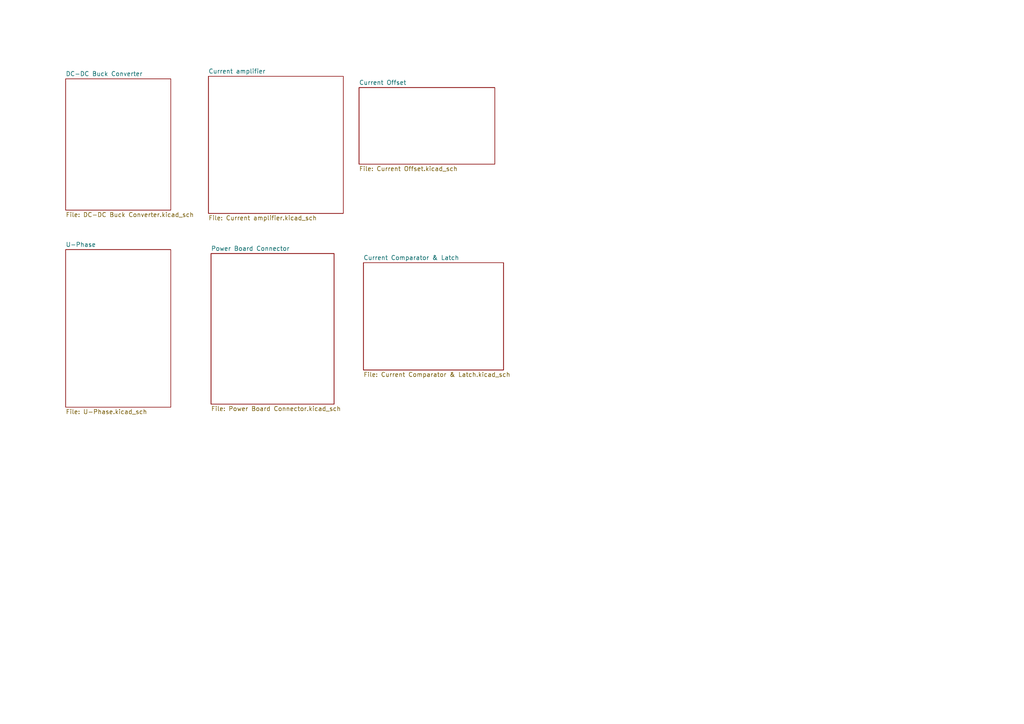
<source format=kicad_sch>
(kicad_sch
	(version 20231120)
	(generator "eeschema")
	(generator_version "8.0")
	(uuid "ab32ac57-1c18-4307-8f91-d2778314d165")
	(paper "A4")
	(lib_symbols)
	(sheet
		(at 104.14 25.4)
		(size 39.37 22.225)
		(fields_autoplaced yes)
		(stroke
			(width 0.1524)
			(type solid)
		)
		(fill
			(color 0 0 0 0.0000)
		)
		(uuid "1b716406-c046-45d0-895f-79ac70a3ecde")
		(property "Sheetname" "Current Offset"
			(at 104.14 24.6884 0)
			(effects
				(font
					(size 1.27 1.27)
				)
				(justify left bottom)
			)
		)
		(property "Sheetfile" "Current Offset.kicad_sch"
			(at 104.14 48.2096 0)
			(effects
				(font
					(size 1.27 1.27)
				)
				(justify left top)
			)
		)
		(instances
			(project "EVAL_TOLT_DC48V_3KW"
				(path "/ab32ac57-1c18-4307-8f91-d2778314d165"
					(page "6")
				)
			)
		)
	)
	(sheet
		(at 19.05 72.39)
		(size 30.48 45.72)
		(fields_autoplaced yes)
		(stroke
			(width 0.1524)
			(type solid)
		)
		(fill
			(color 0 0 0 0.0000)
		)
		(uuid "2485f593-b019-439d-890e-42320f426831")
		(property "Sheetname" "U-Phase"
			(at 19.05 71.6784 0)
			(effects
				(font
					(size 1.27 1.27)
				)
				(justify left bottom)
			)
		)
		(property "Sheetfile" "U-Phase.kicad_sch"
			(at 19.05 118.6946 0)
			(effects
				(font
					(size 1.27 1.27)
				)
				(justify left top)
			)
		)
		(instances
			(project "EVAL_TOLT_DC48V_3KW"
				(path "/ab32ac57-1c18-4307-8f91-d2778314d165"
					(page "3")
				)
			)
		)
	)
	(sheet
		(at 60.452 22.1234)
		(size 39.116 39.7764)
		(fields_autoplaced yes)
		(stroke
			(width 0.1524)
			(type solid)
		)
		(fill
			(color 0 0 0 0.0000)
		)
		(uuid "8b314924-91f0-419d-ab10-67cac4e4e0de")
		(property "Sheetname" "Current amplifier"
			(at 60.452 21.4118 0)
			(effects
				(font
					(size 1.27 1.27)
				)
				(justify left bottom)
			)
		)
		(property "Sheetfile" "Current amplifier.kicad_sch"
			(at 60.452 62.4844 0)
			(effects
				(font
					(size 1.27 1.27)
				)
				(justify left top)
			)
		)
		(instances
			(project "EVAL_TOLT_DC48V_3KW"
				(path "/ab32ac57-1c18-4307-8f91-d2778314d165"
					(page "5")
				)
			)
		)
	)
	(sheet
		(at 19.05 22.86)
		(size 30.48 38.1)
		(fields_autoplaced yes)
		(stroke
			(width 0.1524)
			(type solid)
		)
		(fill
			(color 0 0 0 0.0000)
		)
		(uuid "9ee2cd02-96d7-461b-b7fb-170453b1d10b")
		(property "Sheetname" "DC-DC Buck Converter"
			(at 19.05 22.1484 0)
			(effects
				(font
					(size 1.27 1.27)
				)
				(justify left bottom)
			)
		)
		(property "Sheetfile" "DC-DC Buck Converter.kicad_sch"
			(at 19.05 61.5446 0)
			(effects
				(font
					(size 1.27 1.27)
				)
				(justify left top)
			)
		)
		(instances
			(project "EVAL_TOLT_DC48V_3KW"
				(path "/ab32ac57-1c18-4307-8f91-d2778314d165"
					(page "2")
				)
			)
		)
	)
	(sheet
		(at 61.214 73.533)
		(size 35.687 43.688)
		(fields_autoplaced yes)
		(stroke
			(width 0.1524)
			(type solid)
		)
		(fill
			(color 0 0 0 0.0000)
		)
		(uuid "c5d2820f-dc5b-4980-906d-0f8bd6a51e5e")
		(property "Sheetname" "Power Board Connector"
			(at 61.214 72.8214 0)
			(effects
				(font
					(size 1.27 1.27)
				)
				(justify left bottom)
			)
		)
		(property "Sheetfile" "Power Board Connector.kicad_sch"
			(at 61.214 117.8056 0)
			(effects
				(font
					(size 1.27 1.27)
				)
				(justify left top)
			)
		)
		(instances
			(project "EVAL_TOLT_DC48V_3KW"
				(path "/ab32ac57-1c18-4307-8f91-d2778314d165"
					(page "4")
				)
			)
		)
	)
	(sheet
		(at 105.41 76.2)
		(size 40.64 31.115)
		(fields_autoplaced yes)
		(stroke
			(width 0.1524)
			(type solid)
		)
		(fill
			(color 0 0 0 0.0000)
		)
		(uuid "ef0a0738-4921-4f83-aeb3-c8d5023e08d9")
		(property "Sheetname" "Current Comparator & Latch"
			(at 105.41 75.4884 0)
			(effects
				(font
					(size 1.27 1.27)
				)
				(justify left bottom)
			)
		)
		(property "Sheetfile" "Current Comparator & Latch.kicad_sch"
			(at 105.41 107.8996 0)
			(effects
				(font
					(size 1.27 1.27)
				)
				(justify left top)
			)
		)
		(instances
			(project "EVAL_TOLT_DC48V_3KW"
				(path "/ab32ac57-1c18-4307-8f91-d2778314d165"
					(page "7")
				)
			)
		)
	)
	(sheet_instances
		(path "/"
			(page "1")
		)
	)
)

</source>
